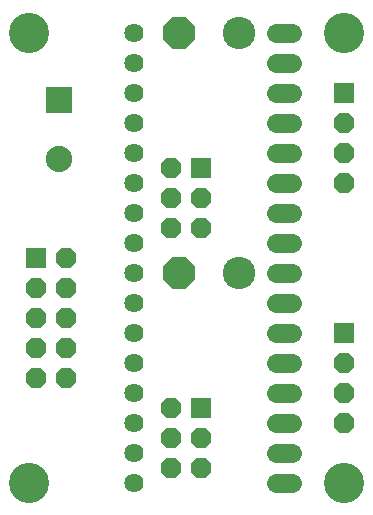
<source format=gbs>
G75*
%MOIN*%
%OFA0B0*%
%FSLAX24Y24*%
%IPPOS*%
%LPD*%
%AMOC8*
5,1,8,0,0,1.08239X$1,22.5*
%
%ADD10C,0.1340*%
%ADD11C,0.0640*%
%ADD12C,0.0640*%
%ADD13R,0.0880X0.0880*%
%ADD14C,0.0880*%
%ADD15R,0.0680X0.0680*%
%ADD16OC8,0.0680*%
%ADD17C,0.1080*%
%ADD18OC8,0.1080*%
D10*
X001650Y001650D03*
X012150Y001650D03*
X012150Y016650D03*
X001650Y016650D03*
D11*
X005150Y016650D03*
X005150Y015650D03*
X005150Y014650D03*
X005150Y013650D03*
X005150Y012650D03*
X005150Y011650D03*
X005150Y010650D03*
X005150Y009650D03*
X005150Y008650D03*
X005150Y007650D03*
X005150Y006650D03*
X005150Y005650D03*
X005150Y004650D03*
X005150Y003650D03*
X005150Y002650D03*
X005150Y001650D03*
D12*
X009870Y001650D02*
X010430Y001650D01*
X010430Y002650D02*
X009870Y002650D01*
X009870Y003650D02*
X010430Y003650D01*
X010430Y004650D02*
X009870Y004650D01*
X009870Y005650D02*
X010430Y005650D01*
X010430Y006650D02*
X009870Y006650D01*
X009870Y007650D02*
X010430Y007650D01*
X010430Y008650D02*
X009870Y008650D01*
X009870Y009650D02*
X010430Y009650D01*
X010430Y010650D02*
X009870Y010650D01*
X009870Y011650D02*
X010430Y011650D01*
X010430Y012650D02*
X009870Y012650D01*
X009870Y013650D02*
X010430Y013650D01*
X010430Y014650D02*
X009870Y014650D01*
X009870Y015650D02*
X010430Y015650D01*
X010430Y016650D02*
X009870Y016650D01*
D13*
X002650Y014400D03*
D14*
X002650Y012431D03*
D15*
X001900Y009150D03*
X007400Y012150D03*
X012150Y014650D03*
X012150Y006650D03*
X007400Y004150D03*
D16*
X007400Y003150D03*
X007400Y002150D03*
X006400Y002150D03*
X006400Y003150D03*
X006400Y004150D03*
X002900Y005150D03*
X002900Y006150D03*
X002900Y007150D03*
X002900Y008150D03*
X002900Y009150D03*
X001900Y008150D03*
X001900Y007150D03*
X001900Y006150D03*
X001900Y005150D03*
X006400Y010150D03*
X006400Y011150D03*
X006400Y012150D03*
X007400Y011150D03*
X007400Y010150D03*
X012150Y011650D03*
X012150Y012650D03*
X012150Y013650D03*
X012150Y005650D03*
X012150Y004650D03*
X012150Y003650D03*
D17*
X008650Y008650D03*
X008650Y016650D03*
D18*
X006650Y016650D03*
X006650Y008650D03*
M02*

</source>
